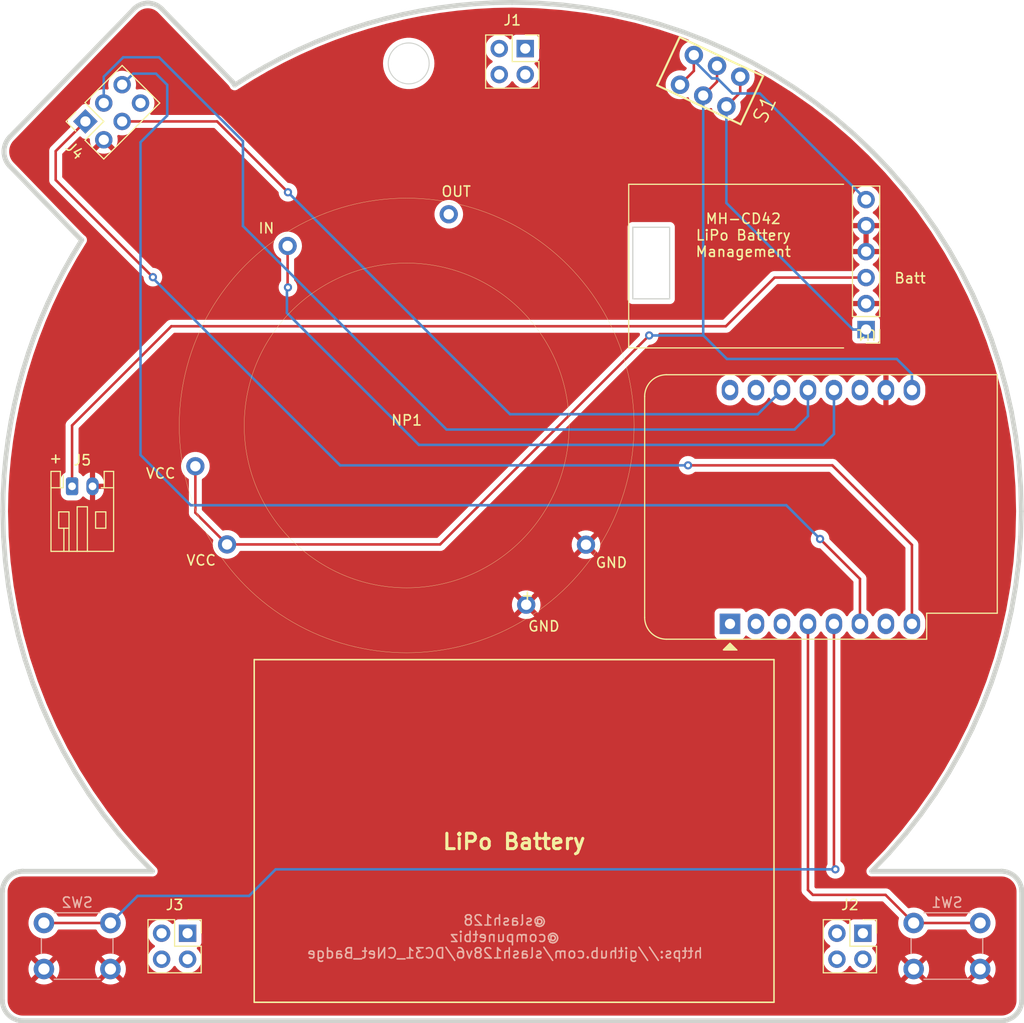
<source format=kicad_pcb>
(kicad_pcb (version 20211014) (generator pcbnew)
  (title_block (title "DC31 Cnet Badge Rear"))
  (layers (0 "F.Cu" signal) (31 "B.Cu" signal) (34 "B.Paste" user) (35 "F.Paste" user) (36 "B.SilkS" user "B.Silkscreen") (37 "F.SilkS" user "F.Silkscreen") (38 "B.Mask" user) (39 "F.Mask" user) (44 "Edge.Cuts" user))
  (net 0 "")
  (net 1 "GND")
  (net 2 "VCC")
  (net 13 "Net-(J5-Pad1)")
  (net 14 "Net-(S1-Pad1)")
  (net 17 "Net-(J4-Pad3)")
  (net 18 "Net-(J4-Pad4)")
  (net 19 "Net-(J4-Pad5)")
  (net 20 "Net-(NP1-Pad1)")
  (net 21 "Net-(SW1-Pad1)")
  (net 22 "Net-(SW2-Pad1)")
  (net 27 "Net-(J4-Pad1)")
  (net 32 "Net-(S1-Pad3)")
  (footprint "DC31_Cnet_Badge_Rear:MH-CD42 LiPo Battery Management Module Rear Charge LEDs" (layer "F.Cu") (at 134.6 69.62)
    (fp_text reference "U1" (at 0 13.1 180 unlocked) (layer "F.SilkS"))
    (fp_text value "MH-CD42_LiPo_Batery_Management_Module" hide)
    (fp_rect (start -22.8 2.6) (end -19.2 9.6) (layer "Edge.Cuts") (width 0.12) (fill none))
    (pad "1" thru_hole rect (at 0 12.6 180) (size 1.7 1.7) (drill 1) (layers *.Cu *.Mask) (net 32 "Net-(S1-Pad3)"))
    (pad "2" thru_hole oval (at 0 10.06 180) (size 1.7 1.7) (drill 1) (layers *.Cu *.Mask) (net 1 "GND"))
    (pad "3" thru_hole oval (at 0 7.52 180) (size 1.7 1.7) (drill 1) (layers *.Cu *.Mask) (net 13 "Net-(J5-Pad1)"))
    (pad "4" thru_hole oval (at 0 4.98 180) (size 1.7 1.7) (drill 1) (layers *.Cu *.Mask) (net 1 "GND"))
    (pad "5" thru_hole oval (at 0 2.44 180) (size 1.7 1.7) (drill 1) (layers *.Cu *.Mask) (net 1 "GND"))
    (pad "6" thru_hole oval (at 0 -0.1 180) (size 1.7 1.7) (drill 1) (layers *.Cu *.Mask) (net 14 "Net-(S1-Pad1)"))
  )
  (footprint "Connector_PinSocket_2.54mm:PinSocket_2x02_P2.54mm_Vertical" (layer "F.Cu") (at 101.29 54.75)
    (fp_text reference "J1" (at -1.27 -2.77) (layer "F.SilkS"))
    (fp_text value "Conn_02x02_Top_Bottom" hide)
    (pad "1" thru_hole rect (at 0 0) (size 1.7 1.7) (drill 1) (layers *.Cu *.Mask))
    (pad "2" thru_hole oval (at -2.54 0) (size 1.7 1.7) (drill 1) (layers *.Cu *.Mask))
    (pad "3" thru_hole oval (at 0 2.54) (size 1.7 1.7) (drill 1) (layers *.Cu *.Mask))
    (pad "4" thru_hole oval (at -2.54 2.54) (size 1.7 1.7) (drill 1) (layers *.Cu *.Mask))
  )
  (footprint "DC31_Cnet_Badge_Rear:Adafruit-NeoPixel-Ring-16_B" (layer "F.Cu") (at 89.7 91.6)
    (fp_text reference "NP1" (at 0 -0.5 unlocked) (layer "F.SilkS"))
    (fp_text value "Adafruit_NeoPixel_Ring_16-B")
    (fp_text user "GND" (at 20.01 13.41 unlocked) (layer "F.SilkS"))
    (fp_text user "GND" (at 13.41 19.64 unlocked) (layer "F.SilkS"))
    (fp_text user "VCC" (at -20.08 13.19 unlocked) (layer "F.SilkS"))
    (fp_text user "VCC" (at -24.04 4.69 unlocked) (layer "F.SilkS"))
    (fp_text user "OUT" (at 4.84 -22.87 unlocked) (layer "F.SilkS"))
    (fp_text user "IN" (at -13.71 -19.28 unlocked) (layer "F.SilkS"))
    (pad "1" thru_hole circle (at -11.6332 -17.5514) (size 1.778 1.778) (drill 1.016) (layers *.Cu *.Mask) (net 20 "Net-(NP1-Pad1)"))
    (pad "2" thru_hole circle (at 4.1148 -20.6502) (size 1.778 1.778) (drill 1.016) (layers *.Cu *.Mask))
    (pad "3" thru_hole circle (at 17.526 11.6586) (size 1.778 1.778) (drill 1.016) (layers *.Cu *.Mask) (net 1 "GND"))
    (pad "4" thru_hole circle (at 11.684 17.526) (size 1.778 1.778) (drill 1.016) (layers *.Cu *.Mask) (net 1 "GND"))
    (pad "5" thru_hole circle (at -17.5514 11.6332) (size 1.778 1.778) (drill 1.016) (layers *.Cu *.Mask) (net 2 "VCC"))
    (pad "6" thru_hole circle (at -20.6502 3.9878) (size 1.778 1.778) (drill 1.016) (layers *.Cu *.Mask) (net 2 "VCC"))
  )
  (footprint "Connector_PinSocket_2.54mm:PinSocket_2x02_P2.54mm_Vertical" (layer "F.Cu") (at 134.29 141.25)
    (fp_text reference "J2" (at -1.27 -2.77) (layer "F.SilkS"))
    (fp_text value "Conn_02x02_Top_Bottom" hide)
    (pad "1" thru_hole rect (at 0 0) (size 1.7 1.7) (drill 1) (layers *.Cu *.Mask))
    (pad "2" thru_hole oval (at -2.54 0) (size 1.7 1.7) (drill 1) (layers *.Cu *.Mask))
    (pad "3" thru_hole oval (at 0 2.54) (size 1.7 1.7) (drill 1) (layers *.Cu *.Mask))
    (pad "4" thru_hole oval (at -2.54 2.54) (size 1.7 1.7) (drill 1) (layers *.Cu *.Mask))
  )
  (footprint "JS202011CQN:SPARKFUN-RETIRED_SWITCH-2.5X3.2-6" (layer "F.Cu") (at 117.768461 55.386909 -115)
    (fp_text reference "S1" (at 1.903953 -8.51312 65) (layer "F.SilkS") (effects (font (size 1.4 1.4))))
    (fp_text value "JS202011CQN" hide)
    (pad "1" thru_hole circle locked (at 0 0 245) (size 1.8 1.8) (drill 1) (layers *.Cu *.Mask) (net 14 "Net-(S1-Pad1)"))
    (pad "2" thru_hole circle locked (at 0 -2.5 245) (size 1.8 1.8) (drill 1) (layers *.Cu *.Mask) (net 2 "VCC"))
    (pad "3" thru_hole circle locked (at 0 -5 245) (size 1.8 1.8) (drill 1) (layers *.Cu *.Mask) (net 32 "Net-(S1-Pad3)"))
    (pad "4" thru_hole circle locked (at 3.2 0 245) (size 1.8 1.8) (drill 1) (layers *.Cu *.Mask) (net 14 "Net-(S1-Pad1)"))
    (pad "5" thru_hole circle locked (at 3.2 -2.5 245) (size 1.8 1.8) (drill 1) (layers *.Cu *.Mask) (net 2 "VCC"))
    (pad "6" thru_hole circle locked (at 3.2 -5 245) (size 1.8 1.8) (drill 1) (layers *.Cu *.Mask) (net 32 "Net-(S1-Pad3)"))
  )
  (footprint "Connector_JST:JST_PH_S2B-PH-K_1x02_P2.00mm_Horizontal" (layer "F.Cu") (at 57 97.55)
    (fp_text reference "J5" (at 1 -2.55) (layer "F.SilkS"))
    (fp_text value "Conn_01x02_Male" hide)
    (pad "1" thru_hole roundrect (at 0 0) (size 1.2 1.75) (drill 0.75) (layers *.Cu *.Mask) (roundrect_rratio 0.2083333333) (net 13 "Net-(J5-Pad1)"))
    (pad "2" thru_hole oval (at 2 0) (size 1.2 1.75) (drill 0.75) (layers *.Cu *.Mask) (net 1 "GND"))
  )
  (footprint "DC31_Cnet_Badge_Rear:PinSocket_2x03_P2.54mm_Vertical_Tab" (layer "F.Cu") (at 58.302388 61.873277 135)
    (fp_text reference "J4" (at -1.27 -2.77 135) (layer "F.SilkS"))
    (fp_text value "Conn_02x03_Top_Bottom")
    (pad "1" thru_hole rect (at 0 0 135) (size 1.7 1.7) (drill 1) (layers *.Cu *.Mask) (net 27 "Net-(J4-Pad1)"))
    (pad "2" thru_hole oval (at -2.54 0 135) (size 1.7 1.7) (drill 1) (layers *.Cu *.Mask) (net 1 "GND"))
    (pad "3" thru_hole oval (at 0 2.54 135) (size 1.7 1.7) (drill 1) (layers *.Cu *.Mask) (net 17 "Net-(J4-Pad3)"))
    (pad "4" thru_hole oval (at -2.54 2.54 135) (size 1.7 1.7) (drill 1) (layers *.Cu *.Mask) (net 18 "Net-(J4-Pad4)"))
    (pad "5" thru_hole oval (at 0 5.08 135) (size 1.7 1.7) (drill 1) (layers *.Cu *.Mask) (net 19 "Net-(J4-Pad5)"))
    (pad "6" thru_hole oval (at -2.54 5.08 135) (size 1.7 1.7) (drill 1) (layers *.Cu *.Mask))
  )
  (footprint "Connector_PinSocket_2.54mm:PinSocket_2x02_P2.54mm_Vertical" (layer "F.Cu") (at 68.29 141.25)
    (fp_text reference "J3" (at -1.27 -2.77) (layer "F.SilkS"))
    (fp_text value "Conn_02x02_Top_Bottom" hide)
    (pad "1" thru_hole rect (at 0 0) (size 1.7 1.7) (drill 1) (layers *.Cu *.Mask))
    (pad "2" thru_hole oval (at -2.54 0) (size 1.7 1.7) (drill 1) (layers *.Cu *.Mask))
    (pad "3" thru_hole oval (at 0 2.54) (size 1.7 1.7) (drill 1) (layers *.Cu *.Mask))
    (pad "4" thru_hole oval (at -2.54 2.54) (size 1.7 1.7) (drill 1) (layers *.Cu *.Mask))
  )
  (footprint "Module:WEMOS_D1_mini_light" (layer "F.Cu") (at 121.3 111 90)
    (fp_text reference "U2" hide)
    (fp_text value "WeMos_D1_mini")
    (pad "1" thru_hole rect (at 0 0 90) (size 2 2) (drill 1) (layers *.Cu *.Mask))
    (pad "2" thru_hole oval (at 0 2.54 90) (size 2 1.6) (drill 1) (layers *.Cu *.Mask))
    (pad "3" thru_hole oval (at 0 5.08 90) (size 2 1.6) (drill 1) (layers *.Cu *.Mask))
    (pad "4" thru_hole oval (at 0 7.62 90) (size 2 1.6) (drill 1) (layers *.Cu *.Mask) (net 21 "Net-(SW1-Pad1)"))
    (pad "5" thru_hole oval (at 0 10.16 90) (size 2 1.6) (drill 1) (layers *.Cu *.Mask) (net 22 "Net-(SW2-Pad1)"))
    (pad "6" thru_hole oval (at 0 12.7 90) (size 2 1.6) (drill 1) (layers *.Cu *.Mask) (net 19 "Net-(J4-Pad5)"))
    (pad "7" thru_hole oval (at 0 15.24 90) (size 2 1.6) (drill 1) (layers *.Cu *.Mask))
    (pad "8" thru_hole oval (at 0 17.78 90) (size 2 1.6) (drill 1) (layers *.Cu *.Mask) (net 27 "Net-(J4-Pad1)"))
    (pad "9" thru_hole oval (at 22.86 17.78 90) (size 2 1.6) (drill 1) (layers *.Cu *.Mask) (net 2 "VCC"))
    (pad "10" thru_hole oval (at 22.86 15.24 90) (size 2 1.6) (drill 1) (layers *.Cu *.Mask) (net 1 "GND"))
    (pad "11" thru_hole oval (at 22.86 12.7 90) (size 2 1.6) (drill 1) (layers *.Cu *.Mask))
    (pad "12" thru_hole oval (at 22.86 10.16 90) (size 2 1.6) (drill 1) (layers *.Cu *.Mask) (net 20 "Net-(NP1-Pad1)"))
    (pad "13" thru_hole oval (at 22.86 7.62 90) (size 2 1.6) (drill 1) (layers *.Cu *.Mask) (net 17 "Net-(J4-Pad3)"))
    (pad "14" thru_hole oval (at 22.86 5.08 90) (size 2 1.6) (drill 1) (layers *.Cu *.Mask) (net 18 "Net-(J4-Pad4)"))
    (pad "15" thru_hole oval (at 22.86 2.54 90) (size 2 1.6) (drill 1) (layers *.Cu *.Mask))
    (pad "16" thru_hole oval (at 22.86 0 90) (size 2 1.6) (drill 1) (layers *.Cu *.Mask))
  )
  (footprint "Button_Switch_THT:SW_PUSH_6mm" (layer "B.Cu") (at 60.75 140.25 180)
    (fp_text reference "SW2" (at 3.25 2) (layer "B.SilkS") (effects (justify mirror)))
    (fp_text value "SW_Push" hide)
    (pad "1" thru_hole circle (at 0 0 90) (size 2 2) (drill 1.1) (layers *.Cu *.Mask) (net 22 "Net-(SW2-Pad1)"))
    (pad "1" thru_hole circle (at 6.5 0 90) (size 2 2) (drill 1.1) (layers *.Cu *.Mask) (net 22 "Net-(SW2-Pad1)"))
    (pad "2" thru_hole circle (at 6.5 -4.5 90) (size 2 2) (drill 1.1) (layers *.Cu *.Mask) (net 1 "GND"))
    (pad "2" thru_hole circle (at 0 -4.5 90) (size 2 2) (drill 1.1) (layers *.Cu *.Mask) (net 1 "GND"))
  )
  (footprint "Button_Switch_THT:SW_PUSH_6mm" (layer "B.Cu") (at 145.75 140.25 180)
    (fp_text reference "SW1" (at 3.25 2) (layer "B.SilkS") (effects (justify mirror)))
    (fp_text value "SW_Push" hide)
    (pad "1" thru_hole circle (at 0 0 90) (size 2 2) (drill 1.1) (layers *.Cu *.Mask) (net 21 "Net-(SW1-Pad1)"))
    (pad "1" thru_hole circle (at 6.5 0 90) (size 2 2) (drill 1.1) (layers *.Cu *.Mask) (net 21 "Net-(SW1-Pad1)"))
    (pad "2" thru_hole circle (at 6.5 -4.5 90) (size 2 2) (drill 1.1) (layers *.Cu *.Mask) (net 1 "GND"))
    (pad "2" thru_hole circle (at 0 -4.5 90) (size 2 2) (drill 1.1) (layers *.Cu *.Mask) (net 1 "GND"))
  )
  (gr_line (start 74.8 114.5) (end 125.6 114.5) (layer "F.SilkS") (width 0.15))
  (gr_line (start 125.6 114.5) (end 125.6 148) (layer "F.SilkS") (width 0.15))
  (gr_line (start 125.6 148) (end 74.8 148) (layer "F.SilkS") (width 0.15))
  (gr_line (start 74.8 148) (end 74.8 114.5) (layer "F.SilkS") (width 0.15))
  (gr_line (start 50.732155 66.029492) (end 50.791676 66.108369) (layer "Edge.Cuts") (width 0.464309))
  (gr_line (start 50.431011 65.411546) (end 50.461188 65.505709) (layer "Edge.Cuts") (width 0.464309))
  (gr_line (start 149.083156 149.354247) (end 149.15572 149.291391) (layer "Edge.Cuts") (width 0.464309))
  (gr_line (start 149.770308 148.214116) (end 149.787899 148.115635) (layer "Edge.Cuts") (width 0.464309))
  (gr_line (start 64.886765 50.362754) (end 64.792808 50.340878) (layer "Edge.Cuts") (width 0.464309))
  (gr_line (start 50.212176 148.115605) (end 50.229762 148.214078) (layer "Edge.Cuts") (width 0.464309))
  (gr_line (start 50.405293 65.315867) (end 50.431011 65.411546) (layer "Edge.Cuts") (width 0.464309))
  (gr_line (start 143.905038 76.564588) (end 142.707878 74.447796) (layer "Edge.Cuts") (width 0.464309))
  (gr_line (start 121.264952 55.003747) (end 119.045309 54.020284) (layer "Edge.Cuts") (width 0.464309))
  (gr_line (start 92.835825 50.762263) (end 91.069696 51.054729) (layer "Edge.Cuts") (width 0.464309))
  (gr_line (start 57.879847 73.419272) (end 57.911782 73.444397) (layer "Edge.Cuts") (width 0.464309))
  (gr_line (start 51.884339 149.787881) (end 51.984422 149.800609) (layer "Edge.Cuts") (width 0.464309))
  (gr_line (start 50.922425 63.383679) (end 50.922425 63.383679) (layer "Edge.Cuts") (width 0.464309))
  (gr_line (start 50.191738 147.913981) (end 50.19946 148.015531) (layer "Edge.Cuts") (width 0.464309))
  (gr_line (start 51.785979 135.229769) (end 51.689226 135.252103) (layer "Edge.Cuts") (width 0.464309))
  (gr_line (start 148.115635 149.787899) (end 148.214116 149.770308) (layer "Edge.Cuts") (width 0.464309))
  (gr_line (start 50.279074 136.594308) (end 50.252121 136.689207) (layer "Edge.Cuts") (width 0.464309))
  (gr_line (start 149.800635 136.984545) (end 149.787918 136.884471) (layer "Edge.Cuts") (width 0.464309))
  (gr_line (start 58.627816 127.613237) (end 60.035011 129.609985) (layer "Edge.Cuts") (width 0.464309))
  (gr_line (start 50.645848 135.91692) (end 50.586478 135.992467) (layer "Edge.Cuts") (width 0.464309))
  (gr_line (start 135.191277 64.808575) (end 133.402982 63.106793) (layer "Edge.Cuts") (width 0.464309))
  (gr_line (start 52.085981 149.808344) (end 52.188892 149.810959) (layer "Edge.Cuts") (width 0.464309))
  (gr_line (start 63.654116 50.45614) (end 63.566356 50.496291) (layer "Edge.Cuts") (width 0.464309))
  (gr_line (start 50.53072 136.070874) (end 50.478701 136.152013) (layer "Edge.Cuts") (width 0.464309))
  (gr_line (start 109.754488 51.197084) (end 107.349117 50.777396) (layer "Edge.Cuts") (width 0.464309))
  (gr_line (start 50.461188 65.505709) (end 50.495758 65.598187) (layer "Edge.Cuts") (width 0.464309))
  (gr_line (start 50.189136 147.811081) (end 50.189136 147.811081) (layer "Edge.Cuts") (width 0.464309))
  (gr_line (start 63.743667 50.420454) (end 63.654116 50.45614) (layer "Edge.Cuts") (width 0.464309))
  (gr_line (start 129.608896 59.997562) (end 127.611263 58.593493) (layer "Edge.Cuts") (width 0.464309))
  (gr_line (start 148.678198 135.386412) (end 148.589616 135.346356) (layer "Edge.Cuts") (width 0.464309))
  (gr_line (start 63.396856 50.589714) (end 63.315438 50.642848) (layer "Edge.Cuts") (width 0.464309))
  (gr_line (start 50.676626 63.693155) (end 50.625154 63.777232) (layer "Edge.Cuts") (width 0.464309))
  (gr_line (start 149.22526 135.774975) (end 149.15581 135.708756) (layer "Edge.Cuts") (width 0.464309))
  (gr_line (start 148.310869 149.747973) (end 148.405768 149.721021) (layer "Edge.Cuts") (width 0.464309))
  (gr_line (start 64.116558 50.323743) (end 64.021454 50.340878) (layer "Edge.Cuts") (width 0.464309))
  (gr_line (start 50.478701 136.152013) (end 50.430546 136.23576) (layer "Edge.Cuts") (width 0.464309))
  (gr_line (start 135.144157 135.189117) (end 136.849096 133.402288) (layer "Edge.Cuts") (width 0.464309))
  (gr_line (start 51.41048 149.65372) (end 51.501293 149.689535) (layer "Edge.Cuts") (width 0.464309))
  (gr_line (start 147.811203 135.189117) (end 147.811203 135.189117) (layer "Edge.Cuts") (width 0.464309))
  (gr_line (start 139.964653 129.61056) (end 141.371878 127.613826) (layer "Edge.Cuts") (width 0.464309))
  (gr_line (start 149.613768 136.322053) (end 149.569608 136.235828) (layer "Edge.Cuts") (width 0.464309))
  (gr_line (start 149.810959 137.188995) (end 149.810959 137.188995) (layer "Edge.Cuts") (width 0.464309))
  (gr_line (start 96.40134 50.368222) (end 94.613597 50.533261) (layer "Edge.Cuts") (width 0.464309))
  (gr_line (start 50.189136 137.188995) (end 50.189136 147.811081) (layer "Edge.Cuts") (width 0.464309))
  (gr_line (start 149.521393 148.848063) (end 149.569549 148.764317) (layer "Edge.Cuts") (width 0.464309))
  (gr_line (start 50.232025 100.000042) (end 50.232025 100.000042) (layer "Edge.Cuts") (width 0.464309))
  (gr_line (start 149.704415 102.468959) (end 149.768082 100.00005) (layer "Edge.Cuts") (width 0.464309))
  (gr_line (start 77.560515 55.619315) (end 75.974434 56.460513) (layer "Edge.Cuts") (width 0.464309))
  (gr_line (start 143.876738 123.439032) (end 144.970979 121.269138) (layer "Edge.Cuts") (width 0.464309))
  (gr_line (start 50.480581 104.920734) (end 50.785105 107.351683) (layer "Edge.Cuts") (width 0.464309))
  (gr_line (start 63.236456 50.700171) (end 63.160073 50.761614) (layer "Edge.Cuts") (width 0.464309))
  (gr_line (start 65.798519 50.896586) (end 65.798519 50.896586) (layer "Edge.Cuts") (width 0.464309))
  (gr_line (start 51.78586 149.770283) (end 51.884339 149.787881) (layer "Edge.Cuts") (width 0.464309))
  (gr_line (start 57.944217 73.468851) (end 57.944217 73.468851) (layer "Edge.Cuts") (width 0.464309))
  (gr_line (start 94.613597 50.533261) (end 92.835825 50.762263) (layer "Edge.Cuts") (width 0.464309))
  (gr_line (start 50.676626 65.947931) (end 50.732155 66.029492) (layer "Edge.Cuts") (width 0.464309))
  (gr_line (start 135.144157 135.189117) (end 135.144157 135.189117) (layer "Edge.Cuts") (width 0.464309))
  (gr_line (start 50.518906 94.743404) (end 50.361722 96.488423) (layer "Edge.Cuts") (width 0.464309))
  (gr_line (start 149.354247 149.083156) (end 149.413617 149.007609) (layer "Edge.Cuts") (width 0.464309))
  (gr_line (start 72.663802 57.99185) (end 72.620382 57.942239) (layer "Edge.Cuts") (width 0.464309))
  (gr_line (start 57.029961 74.971839) (end 56.171224 76.502791) (layer "Edge.Cuts") (width 0.464309))
  (gr_line (start 52.726179 84.522501) (end 52.210068 86.188528) (layer "Edge.Cuts") (width 0.464309))
  (gr_line (start 72.575367 57.894091) (end 72.575367 57.894091) (layer "Edge.Cuts") (width 0.464309))
  (gr_line (start 51.501293 149.689535) (end 51.594211 149.720985) (layer "Edge.Cuts") (width 0.464309))
  (gr_line (start 149.706914 97.532163) (end 149.524544 95.08103) (layer "Edge.Cuts") (width 0.464309))
  (gr_line (start 52.188892 149.810959) (end 52.188892 149.810959) (layer "Edge.Cuts") (width 0.464309))
  (gr_line (start 50.625154 63.777232) (end 50.577808 63.86366) (layer "Edge.Cuts") (width 0.464309))
  (gr_line (start 50.386327 148.678023) (end 50.430487 148.764249) (layer "Edge.Cuts") (width 0.464309))
  (gr_line (start 72.889048 58.317841) (end 72.855865 58.260352) (layer "Edge.Cuts") (width 0.464309))
  (gr_line (start 51.410592 135.34631) (end 51.322008 135.386361) (layer "Edge.Cuts") (width 0.464309))
  (gr_line (start 148.214116 149.770308) (end 148.310869 149.747973) (layer "Edge.Cuts") (width 0.464309))
  (gr_line (start 50.844376 135.708686) (end 50.774922 135.774903) (layer "Edge.Cuts") (width 0.464309))
  (gr_line (start 149.787899 148.115635) (end 149.800622 148.015552) (layer "Edge.Cuts") (width 0.464309))
  (gr_line (start 51.235672 149.569494) (end 51.321897 149.613664) (layer "Edge.Cuts") (width 0.464309))
  (gr_line (start 63.927497 50.362754) (end 63.834848 50.389302) (layer "Edge.Cuts") (width 0.464309))
  (gr_line (start 136.849096 133.402288) (end 138.456493 131.541408) (layer "Edge.Cuts") (width 0.464309))
  (gr_line (start 50.774922 135.774903) (end 50.708704 135.844357) (layer "Edge.Cuts") (width 0.464309))
  (gr_line (start 100.00005 50.232027) (end 98.197382 50.267644) (layer "Edge.Cuts") (width 0.464309))
  (gr_line (start 50.495758 64.042899) (end 50.461188 64.135378) (layer "Edge.Cuts") (width 0.464309))
  (gr_line (start 148.015552 149.800622) (end 148.115635 149.787899) (layer "Edge.Cuts") (width 0.464309))
  (gr_line (start 149.810959 147.811081) (end 149.810959 147.811081) (layer "Edge.Cuts") (width 0.464309))
  (gr_line (start 89.316883 51.410161) (end 87.579058 51.828059) (layer "Edge.Cuts") (width 0.464309))
  (gr_line (start 54.62212 79.642359) (end 53.932658 81.247859) (layer "Edge.Cuts") (width 0.464309))
  (gr_line (start 149.810959 137.188995) (end 149.808357 137.086095) (layer "Edge.Cuts") (width 0.464309))
  (gr_line (start 50.430487 148.764249) (end 50.478638 148.847993) (layer "Edge.Cuts") (width 0.464309))
  (gr_line (start 50.992487 135.586459) (end 50.916939 135.645829) (layer "Edge.Cuts") (width 0.464309))
  (gr_line (start 50.346281 148.589442) (end 50.386327 148.678023) (layer "Edge.Cuts") (width 0.464309))
  (gr_line (start 51.984543 135.199454) (end 51.88446 135.212177) (layer "Edge.Cuts") (width 0.464309))
  (gr_line (start 50.199472 136.984524) (end 50.191744 137.086084) (layer "Edge.Cuts") (width 0.464309))
  (gr_line (start 51.235779 135.430527) (end 51.152032 135.478683) (layer "Edge.Cuts") (width 0.464309))
  (gr_line (start 50.625154 65.863854) (end 50.676626 65.947931) (layer "Edge.Cuts") (width 0.464309))
  (gr_line (start 149.748004 136.689252) (end 149.721057 136.594359) (layer "Edge.Cuts") (width 0.464309))
  (gr_line (start 99.999874 50.232033) (end 99.999874 50.232033) (layer "Edge.Cuts") (width 0.464309))
  (gr_line (start 149.521457 136.152083) (end 149.469443 136.070946) (layer "Edge.Cuts") (width 0.464309))
  (gr_line (start 50.348349 64.719777) (end 50.34593 64.820543) (layer "Edge.Cuts") (width 0.464309))
  (gr_line (start 75.974434 56.460513) (end 74.416721 57.360188) (layer "Edge.Cuts") (width 0.464309))
  (gr_line (start 51.689108 149.747942) (end 51.78586 149.770283) (layer "Edge.Cuts") (width 0.464309))
  (gr_line (start 116.780361 53.146196) (end 114.474189 52.383174) (layer "Edge.Cuts") (width 0.464309))
  (gr_line (start 50.855122 63.45669) (end 50.791676 63.532717) (layer "Edge.Cuts") (width 0.464309))
  (gr_line (start 50.361722 96.488423) (end 50.265944 98.241155) (layer "Edge.Cuts") (width 0.464309))
  (gr_line (start 74.416721 57.360188) (end 72.889048 58.317841) (layer "Edge.Cuts") (width 0.464309))
  (gr_line (start 57.699272 73.254911) (end 57.728006 73.283884) (layer "Edge.Cuts") (width 0.464309))
  (gr_line (start 65.498824 50.642848) (end 65.417406 50.589714) (layer "Edge.Cuts") (width 0.464309))
  (gr_line (start 125.552008 57.292041) (end 123.435211 56.094896) (layer "Edge.Cuts") (width 0.464309))
  (gr_line (start 127.611263 58.593493) (end 125.552008 57.292041) (layer "Edge.Cuts") (width 0.464309))
  (gr_line (start 63.160073 50.761614) (end 63.086448 50.827109) (layer "Edge.Cuts") (width 0.464309))
  (gr_line (start 57.817515 73.367045) (end 57.848421 73.393485) (layer "Edge.Cuts") (width 0.464309))
  (gr_line (start 50.495758 65.598187) (end 50.534654 65.688815) (layer "Edge.Cuts") (width 0.464309))
  (gr_line (start 57.728006 73.283884) (end 57.757297 73.312236) (layer "Edge.Cuts") (width 0.464309))
  (gr_line (start 53.165256 116.784213) (end 54.042323 119.04911) (layer "Edge.Cuts") (width 0.464309))
  (gr_line (start 52.189014 135.189117) (end 52.086103 135.191726) (layer "Edge.Cuts") (width 0.464309))
  (gr_line (start 141.406411 72.388548) (end 140.002328 70.390923) (layer "Edge.Cuts") (width 0.464309))
  (gr_line (start 147.811081 149.810959) (end 147.913992 149.808351) (layer "Edge.Cuts") (width 0.464309))
  (gr_line (start 57.911782 73.444397) (end 57.944217 73.468851) (layer "Edge.Cuts") (width 0.464309))
  (gr_line (start 82.472236 53.451565) (end 80.811088 54.114342) (layer "Edge.Cuts") (width 0.464309))
  (gr_line (start 149.524544 95.08103) (end 149.22266 92.65073) (layer "Edge.Cuts") (width 0.464309))
  (gr_line (start 50.189136 147.811081) (end 50.191738 147.913981) (layer "Edge.Cuts") (width 0.464309))
  (gr_line (start 72.705595 58.042881) (end 72.663802 57.99185) (layer "Edge.Cuts") (width 0.464309))
  (gr_line (start 50.844285 149.291321) (end 50.916845 149.354179) (layer "Edge.Cuts") (width 0.464309))
  (gr_line (start 72.74573 58.09529) (end 72.705595 58.042881) (layer "Edge.Cuts") (width 0.464309))
  (gr_line (start 149.613715 148.678088) (end 149.653766 148.589503) (layer "Edge.Cuts") (width 0.464309))
  (gr_line (start 148.214236 135.229793) (end 148.115756 135.212196) (layer "Edge.Cuts") (width 0.464309))
  (gr_line (start 50.3841 64.42225) (end 50.367501 64.520464) (layer "Edge.Cuts") (width 0.464309))
  (gr_line (start 136.893071 66.596857) (end 135.191277 64.808575) (layer "Edge.Cuts") (width 0.464309))
  (gr_line (start 57.699272 73.254911) (end 57.699272 73.254911) (layer "Edge.Cuts") (width 0.464309))
  (gr_line (start 50.992389 149.413552) (end 51.070792 149.469312) (layer "Edge.Cuts") (width 0.464309))
  (gr_line (start 51.594211 149.720985) (end 51.689108 149.747942) (layer "Edge.Cuts") (width 0.464309))
  (gr_line (start 50.229787 136.78596) (end 50.212195 136.884441) (layer "Edge.Cuts") (width 0.464309))
  (gr_line (start 147.913992 149.808351) (end 148.015552 149.800622) (layer "Edge.Cuts") (width 0.464309))
  (gr_line (start 149.15572 149.291391) (end 149.225173 149.225173) (layer "Edge.Cuts") (width 0.464309))
  (gr_line (start 52.086103 135.191726) (end 51.984543 135.199454) (layer "Edge.Cuts") (width 0.464309))
  (gr_line (start 50.732155 63.611594) (end 50.676626 63.693155) (layer "Edge.Cuts") (width 0.464309))
  (gr_line (start 50.577808 63.86366) (end 50.534654 63.952271) (layer "Edge.Cuts") (width 0.464309))
  (gr_line (start 148.498803 135.310541) (end 148.405885 135.279092) (layer "Edge.Cuts") (width 0.464309))
  (gr_line (start 55.02881 121.268544) (end 56.123019 123.438433) (layer "Edge.Cuts") (width 0.464309))
  (gr_line (start 50.310518 136.501388) (end 50.279074 136.594308) (layer "Edge.Cuts") (width 0.464309))
  (gr_line (start 148.678088 149.613715) (end 148.764317 149.569549) (layer "Edge.Cuts") (width 0.464309))
  (gr_line (start 72.620382 57.942239) (end 72.575367 57.894091) (layer "Edge.Cuts") (width 0.464309))
  (gr_line (start 149.768082 100.00005) (end 149.706914 97.532163) (layer "Edge.Cuts") (width 0.464309))
  (gr_line (start 50.355562 65.021392) (end 50.367501 65.120623) (layer "Edge.Cuts") (width 0.464309))
  (gr_line (start 149.653766 148.589503) (end 149.689576 148.498688) (layer "Edge.Cuts") (width 0.464309))
  (gr_line (start 51.321897 149.613664) (end 51.41048 149.65372) (layer "Edge.Cuts") (width 0.464309))
  (gr_line (start 148.764424 135.430582) (end 148.678198 135.386412) (layer "Edge.Cuts") (width 0.464309))
  (gr_line (start 60.035011 129.609985) (end 61.543142 131.540852) (layer "Edge.Cuts") (width 0.464309))
  (gr_line (start 65.727815 50.827109) (end 65.65419 50.761614) (layer "Edge.Cuts") (width 0.464309))
  (gr_line (start 85.857894 52.307925) (end 84.155062 52.84926) (layer "Edge.Cuts") (width 0.464309))
  (gr_line (start 147.811203 135.189117) (end 135.144157 135.189117) (layer "Edge.Cuts") (width 0.464309))
  (gr_line (start 148.929304 135.530764) (end 148.848168 135.478742) (layer "Edge.Cuts") (width 0.464309))
  (gr_line (start 145.9575 119.049688) (end 146.834601 116.784767) (layer "Edge.Cuts") (width 0.464309))
  (gr_line (start 140.002328 70.390923) (end 138.497318 68.458999) (layer "Edge.Cuts") (width 0.464309))
  (gr_line (start 51.151928 149.521335) (end 51.235672 149.569494) (layer "Edge.Cuts") (width 0.464309))
  (gr_line (start 149.007609 149.413617) (end 149.083156 149.354247) (layer "Edge.Cuts") (width 0.464309))
  (gr_line (start 53.932658 81.247859) (end 53.300527 82.875092) (layer "Edge.Cuts") (width 0.464309))
  (gr_line (start 50.64577 149.083084) (end 50.708622 149.155647) (layer "Edge.Cuts") (width 0.464309))
  (gr_line (start 51.88446 135.212177) (end 51.785979 135.229769) (layer "Edge.Cuts") (width 0.464309))
  (gr_line (start 50.367501 65.120623) (end 50.3841 65.218837) (layer "Edge.Cuts") (width 0.464309))
  (gr_line (start 51.501407 135.3105) (end 51.410592 135.34631) (layer "Edge.Cuts") (width 0.464309))
  (gr_line (start 147.616827 85.525617) (end 146.853787 83.219439) (layer "Edge.Cuts") (width 0.464309))
  (gr_line (start 54.042323 119.04911) (end 55.02881 121.268544) (layer "Edge.Cuts") (width 0.464309))
  (gr_line (start 72.820897 58.204069) (end 72.784175 58.149034) (layer "Edge.Cuts") (width 0.464309))
  (gr_line (start 149.747973 148.310869) (end 149.770308 148.214116) (layer "Edge.Cuts") (width 0.464309))
  (gr_line (start 146.834601 116.784767) (end 147.600588 114.478457) (layer "Edge.Cuts") (width 0.464309))
  (gr_line (start 50.855122 66.184396) (end 50.922425 66.257406) (layer "Edge.Cuts") (width 0.464309))
  (gr_line (start 149.569549 148.764317) (end 149.613715 148.678088) (layer "Edge.Cuts") (width 0.464309))
  (gr_line (start 50.785105 107.351683) (end 51.207531 109.75759) (layer "Edge.Cuts") (width 0.464309))
  (gr_line (start 149.787918 136.884471) (end 149.770333 136.785998) (layer "Edge.Cuts") (width 0.464309))
  (gr_line (start 51.354366 89.570203) (end 51.01568 91.282736) (layer "Edge.Cuts") (width 0.464309))
  (gr_line (start 142.676472 125.555289) (end 143.876738 123.439032) (layer "Edge.Cuts") (width 0.464309))
  (gr_line (start 114.474189 52.383174) (end 112.130872 51.732907) (layer "Edge.Cuts") (width 0.464309))
  (gr_line (start 50.737043 93.007656) (end 50.518906 94.743404) (layer "Edge.Cuts") (width 0.464309))
  (gr_line (start 50.791676 66.108369) (end 50.855122 66.184396) (layer "Edge.Cuts") (width 0.464309))
  (gr_line (start 72.855865 58.260352) (end 72.820897 58.204069) (layer "Edge.Cuts") (width 0.464309))
  (gr_line (start 64.601617 50.311418) (end 64.504705 50.303973) (layer "Edge.Cuts") (width 0.464309))
  (gr_line (start 50.191744 137.086084) (end 50.189136 137.188995) (layer "Edge.Cuts") (width 0.464309))
  (gr_line (start 148.015673 135.199467) (end 147.914114 135.191732) (layer "Edge.Cuts") (width 0.464309))
  (gr_line (start 51.070792 149.469312) (end 51.151928 149.521335) (layer "Edge.Cuts") (width 0.464309))
  (gr_line (start 50.461188 64.135378) (end 50.431011 64.22954) (layer "Edge.Cuts") (width 0.464309))
  (gr_line (start 148.405768 149.721021) (end 148.498688 149.689576) (layer "Edge.Cuts") (width 0.464309))
  (gr_line (start 123.435211 56.094896) (end 121.264952 55.003747) (layer "Edge.Cuts") (width 0.464309))
  (gr_line (start 149.569608 136.235828) (end 149.521457 136.152083) (layer "Edge.Cuts") (width 0.464309))
  (gr_line (start 149.721021 148.405768) (end 149.747973 148.310869) (layer "Edge.Cuts") (width 0.464309))
  (gr_line (start 63.015743 50.896586) (end 63.015743 50.896586) (layer "Edge.Cuts") (width 0.464309))
  (gr_line (start 147.600588 114.478457) (end 148.253764 112.134839) (layer "Edge.Cuts") (width 0.464309))
  (gr_line (start 149.15581 135.708756) (end 149.083251 135.645897) (layer "Edge.Cuts") (width 0.464309))
  (gr_line (start 63.015743 50.896586) (end 50.922425 63.383679) (layer "Edge.Cuts") (width 0.464309))
  (gr_line (start 50.212195 136.884441) (end 50.199472 136.984524) (layer "Edge.Cuts") (width 0.464309))
  (gr_line (start 56.171224 76.502791) (end 55.368459 78.06015) (layer "Edge.Cuts") (width 0.464309))
  (gr_line (start 135.191277 64.808575) (end 135.191277 64.808575) (layer "Edge.Cuts") (width 0.464309))
  (gr_line (start 149.800622 148.015552) (end 149.808351 147.913992) (layer "Edge.Cuts") (width 0.464309))
  (gr_line (start 50.916939 135.645829) (end 50.844376 135.708686) (layer "Edge.Cuts") (width 0.464309))
  (gr_line (start 149.354325 135.916993) (end 149.291473 135.844429) (layer "Edge.Cuts") (width 0.464309))
  (gr_line (start 51.152032 135.478683) (end 51.070893 135.530702) (layer "Edge.Cuts") (width 0.464309))
  (gr_line (start 64.855423 135.188606) (end 52.189014 135.189117) (layer "Edge.Cuts") (width 0.464309))
  (gr_line (start 72.889048 58.317841) (end 72.889048 58.317841) (layer "Edge.Cuts") (width 0.464309))
  (gr_line (start 61.543142 131.540852) (end 63.150511 133.401754) (layer "Edge.Cuts") (width 0.464309))
  (gr_line (start 65.417406 50.589714) (end 65.333713 50.540839) (layer "Edge.Cuts") (width 0.464309))
  (gr_line (start 80.811088 54.114342) (end 79.17329 54.837091) (layer "Edge.Cuts") (width 0.464309))
  (gr_line (start 64.792808 50.340878) (end 64.697705 50.323743) (layer "Edge.Cuts") (width 0.464309))
  (gr_line (start 57.787137 73.339959) (end 57.817515 73.367045) (layer "Edge.Cuts") (width 0.464309))
  (gr_line (start 149.653814 136.410634) (end 149.613768 136.322053) (layer "Edge.Cuts") (width 0.464309))
  (gr_line (start 149.225173 149.225173) (end 149.291391 149.15572) (layer "Edge.Cuts") (width 0.464309))
  (gr_line (start 51.01568 91.282736) (end 50.737043 93.007656) (layer "Edge.Cuts") (width 0.464309))
  (gr_line (start 50.534654 63.952271) (end 50.495758 64.042899) (layer "Edge.Cuts") (width 0.464309))
  (gr_line (start 50.774836 149.225101) (end 50.844285 149.291321) (layer "Edge.Cuts") (width 0.464309))
  (gr_line (start 148.589503 149.653766) (end 148.678088 149.613715) (layer "Edge.Cuts") (width 0.464309))
  (gr_line (start 149.689576 148.498688) (end 149.721021 148.405768) (layer "Edge.Cuts") (width 0.464309))
  (gr_line (start 148.267112 87.868944) (end 147.616827 85.525617) (layer "Edge.Cuts") (width 0.464309))
  (gr_line (start 50.530652 148.929131) (end 50.586405 149.007536) (layer "Edge.Cuts") (width 0.464309))
  (gr_line (start 148.310987 135.252134) (end 148.214236 135.229793) (layer "Edge.Cuts") (width 0.464309))
  (gr_line (start 64.979415 50.389302) (end 64.886765 50.362754) (layer "Edge.Cuts") (width 0.464309))
  (gr_line (start 52.189014 135.189117) (end 52.189014 135.189117) (layer "Edge.Cuts") (width 0.464309))
  (gr_line (start 148.589616 135.346356) (end 148.498803 135.310541) (layer "Edge.Cuts") (width 0.464309))
  (gr_line (start 64.407131 50.301476) (end 64.407131 50.301476) (layer "Edge.Cuts") (width 0.464309))
  (gr_line (start 53.300527 82.875092) (end 52.726179 84.522501) (layer "Edge.Cuts") (width 0.464309))
  (gr_line (start 148.405885 135.279092) (end 148.310987 135.252134) (layer "Edge.Cuts") (width 0.464309))
  (gr_line (start 51.746163 112.134369) (end 52.399303 114.477939) (layer "Edge.Cuts") (width 0.464309))
  (gr_line (start 51.689226 135.252103) (end 51.594327 135.279056) (layer "Edge.Cuts") (width 0.464309))
  (gr_line (start 50.922425 66.257406) (end 57.699272 73.254911) (layer "Edge.Cuts") (width 0.464309))
  (gr_line (start 65.65419 50.761614) (end 65.577806 50.700171) (layer "Edge.Cuts") (width 0.464309))
  (gr_line (start 50.265944 98.241155) (end 50.232025 100.000042) (layer "Edge.Cuts") (width 0.464309))
  (gr_line (start 50.916845 149.354179) (end 50.992389 149.413552) (layer "Edge.Cuts") (width 0.464309))
  (gr_line (start 50.252091 148.310824) (end 50.279037 148.405717) (layer "Edge.Cuts") (width 0.464309))
  (gr_line (start 149.291473 135.844429) (end 149.22526 135.774975) (layer "Edge.Cuts") (width 0.464309))
  (gr_line (start 64.697705 50.323743) (end 64.601617 50.311418) (layer "Edge.Cuts") (width 0.464309))
  (gr_line (start 148.848063 149.521393) (end 148.929203 149.469374) (layer "Edge.Cuts") (width 0.464309))
  (gr_line (start 50.586478 135.992467) (end 50.53072 136.070874) (layer "Edge.Cuts") (width 0.464309))
  (gr_line (start 147.811081 149.810959) (end 147.811081 149.810959) (layer "Edge.Cuts") (width 0.464309))
  (gr_line (start 52.188892 149.810959) (end 147.811081 149.810959) (layer "Edge.Cuts") (width 0.464309))
  (gr_line (start 57.757297 73.312236) (end 57.787137 73.339959) (layer "Edge.Cuts") (width 0.464309))
  (gr_line (start 91.069696 51.054729) (end 89.316883 51.410161) (layer "Edge.Cuts") (width 0.464309))
  (gr_line (start 65.160146 50.45614) (end 65.070596 50.420454) (layer "Edge.Cuts") (width 0.464309))
  (gr_line (start 72.575367 57.894091) (end 65.798519 50.896586) (layer "Edge.Cuts") (width 0.464309))
  (gr_line (start 50.3841 65.218837) (end 50.405293 65.315867) (layer "Edge.Cuts") (width 0.464309))
  (gr_line (start 98.197382 50.267644) (end 96.40134 50.368222) (layer "Edge.Cuts") (width 0.464309))
  (gr_line (start 64.309557 50.303973) (end 64.212646 50.311418) (layer "Edge.Cuts") (width 0.464309))
  (gr_line (start 63.315438 50.642848) (end 63.236456 50.700171) (layer "Edge.Cuts") (width 0.464309))
  (gr_line (start 50.232025 100.000042) (end 50.295655 102.468826) (layer "Edge.Cuts") (width 0.464309))
  (gr_line (start 55.368459 78.06015) (end 54.62212 79.642359) (layer "Edge.Cuts") (width 0.464309))
  (gr_line (start 149.469374 148.929203) (end 149.521393 148.848063) (layer "Edge.Cuts") (width 0.464309))
  (gr_line (start 145.979683 80.954489) (end 144.996203 78.734846) (layer "Edge.Cuts") (width 0.464309))
  (gr_line (start 50.922425 63.383679) (end 50.855122 63.45669) (layer "Edge.Cuts") (width 0.464309))
  (gr_line (start 64.212646 50.311418) (end 64.116558 50.323743) (layer "Edge.Cuts") (width 0.464309))
  (gr_line (start 50.34593 64.820543) (end 50.34835 64.92131) (layer "Edge.Cuts") (width 0.464309))
  (gr_line (start 50.431011 64.22954) (end 50.405292 64.32522) (layer "Edge.Cuts") (width 0.464309))
  (gr_line (start 149.689619 136.501445) (end 149.653814 136.410634) (layer "Edge.Cuts") (width 0.464309))
  (gr_line (start 149.413691 135.99254) (end 149.354325 135.916993) (layer "Edge.Cuts") (width 0.464309))
  (gr_line (start 56.123019 123.438433) (end 57.323253 125.554692) (layer "Edge.Cuts") (width 0.464309))
  (gr_line (start 50.367501 64.520464) (end 50.355562 64.619695) (layer "Edge.Cuts") (width 0.464309))
  (gr_line (start 142.707878 74.447796) (end 141.406411 72.388548) (layer "Edge.Cuts") (width 0.464309))
  (gr_line (start 149.808357 137.086095) (end 149.800635 136.984545) (layer "Edge.Cuts") (width 0.464309))
  (gr_line (start 84.155062 52.84926) (end 82.472236 53.451565) (layer "Edge.Cuts") (width 0.464309))
  (gr_line (start 51.207531 109.75759) (end 51.746163 112.134369) (layer "Edge.Cuts") (width 0.464309))
  (gr_line (start 149.768082 100.00005) (end 149.768082 100.00005) (layer "Edge.Cuts") (width 0.464309))
  (gr_line (start 102.467731 50.29318) (end 99.999874 50.232033) (layer "Edge.Cuts") (width 0.464309))
  (gr_line (start 148.792431 109.757998) (end 149.214893 107.352016) (layer "Edge.Cuts") (width 0.464309))
  (gr_line (start 50.295655 102.468826) (end 50.480581 104.920734) (layer "Edge.Cuts") (width 0.464309))
  (gr_line (start 57.848421 73.393485) (end 57.879847 73.419272) (layer "Edge.Cuts") (width 0.464309))
  (gr_line (start 50.577808 65.777426) (end 50.625154 65.863854) (layer "Edge.Cuts") (width 0.464309))
  (gr_line (start 64.504705 50.303973) (end 64.407131 50.301476) (layer "Edge.Cuts") (width 0.464309))
  (gr_line (start 50.534654 65.688815) (end 50.577808 65.777426) (layer "Edge.Cuts") (width 0.464309))
  (gr_line (start 104.918838 50.475531) (end 102.467731 50.29318) (layer "Edge.Cuts") (width 0.464309))
  (gr_line (start 99.999874 50.232033) (end 100.00005 50.232027) (layer "Edge.Cuts") (width 0.464309))
  (gr_line (start 65.070596 50.420454) (end 64.979415 50.389302) (layer "Edge.Cuts") (width 0.464309))
  (gr_circle (center 89.9 56.2) (end 91.9 56.2) (layer "Edge.Cuts") (width 0.1) (fill none))
  (gr_line (start 50.405292 64.32522) (end 50.3841 64.42225) (layer "Edge.Cuts") (width 0.464309))
  (gr_line (start 57.323253 125.554692) (end 58.627816 127.613237) (layer "Edge.Cuts") (width 0.464309))
  (gr_line (start 148.115756 135.212196) (end 148.015673 135.199467) (layer "Edge.Cuts") (width 0.464309))
  (gr_line (start 50.430546 136.23576) (end 50.38638 136.321988) (layer "Edge.Cuts") (width 0.464309))
  (gr_line (start 50.19946 148.015531) (end 50.212176 148.115605) (layer "Edge.Cuts") (width 0.464309))
  (gr_line (start 148.498688 149.689576) (end 148.589503 149.653766) (layer "Edge.Cuts") (width 0.464309))
  (gr_line (start 149.22266 92.65073) (end 148.802953 90.245341) (layer "Edge.Cuts") (width 0.464309))
  (gr_line (start 50.586405 149.007536) (end 50.64577 149.083084) (layer "Edge.Cuts") (width 0.464309))
  (gr_line (start 50.708622 149.155647) (end 50.774836 149.225101) (layer "Edge.Cuts") (width 0.464309))
  (gr_line (start 50.189136 137.188995) (end 50.189136 137.188995) (layer "Edge.Cuts") (width 0.464309))
  (gr_line (start 64.407131 50.301476) (end 64.309557 50.303973) (layer "Edge.Cuts") (width 0.464309))
  (gr_line (start 64.021454 50.340878) (end 63.927497 50.362754) (layer "Edge.Cuts") (width 0.464309))
  (gr_line (start 51.752646 87.871614) (end 51.354366 89.570203) (layer "Edge.Cuts") (width 0.464309))
  (gr_line (start 57.944217 73.468851) (end 57.029961 74.971839) (layer "Edge.Cuts") (width 0.464309))
  (gr_line (start 52.210068 86.188528) (end 51.752646 87.871614) (layer "Edge.Cuts") (width 0.464309))
  (gr_line (start 149.519453 104.920975) (end 149.704415 102.468959) (layer "Edge.Cuts") (width 0.464309))
  (gr_line (start 65.333713 50.540839) (end 65.247906 50.496291) (layer "Edge.Cuts") (width 0.464309))
  (gr_line (start 51.322008 135.386361) (end 51.235779 135.430527) (layer "Edge.Cuts") (width 0.464309))
  (gr_line (start 87.579058 51.828059) (end 85.857894 52.307925) (layer "Edge.Cuts") (width 0.464309))
  (gr_line (start 52.399303 114.477939) (end 53.165256 116.784213) (layer "Edge.Cuts") (width 0.464309))
  (gr_line (start 50.252121 136.689207) (end 50.229787 136.78596) (layer "Edge.Cuts") (width 0.464309))
  (gr_line (start 50.229762 148.214078) (end 50.252091 148.310824) (layer "Edge.Cuts") (width 0.464309))
  (gr_line (start 149.291391 149.15572) (end 149.354247 149.083156) (layer "Edge.Cuts") (width 0.464309))
  (gr_line (start 149.413617 149.007609) (end 149.469374 148.929203) (layer "Edge.Cuts") (width 0.464309))
  (gr_line (start 51.070893 135.530702) (end 50.992487 135.586459) (layer "Edge.Cuts") (width 0.464309))
  (gr_line (start 146.853787 83.219439) (end 145.979683 80.954489) (layer "Edge.Cuts") (width 0.464309))
  (gr_line (start 138.456493 131.541408) (end 139.964653 129.61056) (layer "Edge.Cuts") (width 0.464309))
  (gr_line (start 72.784175 58.149034) (end 72.74573 58.09529) (layer "Edge.Cuts") (width 0.464309))
  (gr_line (start 144.970979 121.269138) (end 145.9575 119.049688) (layer "Edge.Cuts") (width 0.464309))
  (gr_line (start 50.708704 135.844357) (end 50.645848 135.91692) (layer "Edge.Cuts") (width 0.464309))
  (gr_line (start 144.996203 78.734846) (end 143.905038 76.564588) (layer "Edge.Cuts") (width 0.464309))
  (gr_line (start 149.721057 136.594359) (end 149.689619 136.501445) (layer "Edge.Cuts") (width 0.464309))
  (gr_line (start 50.34835 64.92131) (end 50.355562 65.021392) (layer "Edge.Cuts") (width 0.464309))
  (gr_line (start 63.834848 50.389302) (end 63.743667 50.420454) (layer "Edge.Cuts") (width 0.464309))
  (gr_line (start 50.922425 66.257406) (end 50.922425 66.257406) (layer "Edge.Cuts") (width 0.464309))
  (gr_line (start 63.566356 50.496291) (end 63.480549 50.540839) (layer "Edge.Cuts") (width 0.464309))
  (gr_line (start 149.770333 136.785998) (end 149.748004 136.689252) (layer "Edge.Cuts") (width 0.464309))
  (gr_line (start 119.045309 54.020284) (end 116.780361 53.146196) (layer "Edge.Cuts") (width 0.464309))
  (gr_line (start 147.914114 135.191732) (end 147.811203 135.189117) (layer "Edge.Cuts") (width 0.464309))
  (gr_line (start 141.371878 127.613826) (end 142.676472 125.555289) (layer "Edge.Cuts") (width 0.464309))
  (gr_line (start 112.130872 51.732907) (end 109.754488 51.197084) (layer "Edge.Cuts") (width 0.464309))
  (gr_line (start 148.253764 112.134839) (end 148.792431 109.757998) (layer "Edge.Cuts") (width 0.464309))
  (gr_line (start 51.984422 149.800609) (end 52.085981 149.808344) (layer "Edge.Cuts") (width 0.464309))
  (gr_line (start 50.346328 136.410573) (end 50.310518 136.501388) (layer "Edge.Cuts") (width 0.464309))
  (gr_line (start 65.798519 50.896586) (end 65.727815 50.827109) (layer "Edge.Cuts") (width 0.464309))
  (gr_line (start 50.279037 148.405717) (end 50.310476 148.498632) (layer "Edge.Cuts") (width 0.464309))
  (gr_line (start 50.791676 63.532717) (end 50.732155 63.611594) (layer "Edge.Cuts") (width 0.464309))
  (gr_line (start 149.214893 107.352016) (end 149.519453 104.920975) (layer "Edge.Cuts") (width 0.464309))
  (gr_line (start 133.402982 63.106793) (end 131.540829 61.502559) (layer "Edge.Cuts") (width 0.464309))
  (gr_line (start 149.808351 147.913992) (end 149.810959 147.811081) (layer "Edge.Cuts") (width 0.464309))
  (gr_line (start 63.480549 50.540839) (end 63.396856 50.589714) (layer "Edge.Cuts") (width 0.464309))
  (gr_line (start 50.34593 64.820543) (end 50.34593 64.820543) (layer "Edge.Cuts") (width 0.464309))
  (gr_line (start 131.540829 61.502559) (end 129.608896 59.997562) (layer "Edge.Cuts") (width 0.464309))
  (gr_line (start 63.150511 133.401754) (end 64.855423 135.188606) (layer "Edge.Cuts") (width 0.464309))
  (gr_line (start 149.007707 135.586525) (end 148.929304 135.530764) (layer "Edge.Cuts") (width 0.464309))
  (gr_line (start 51.594327 135.279056) (end 51.501407 135.3105) (layer "Edge.Cuts") (width 0.464309))
  (gr_line (start 138.497318 68.458999) (end 136.893071 66.596857) (layer "Edge.Cuts") (width 0.464309))
  (gr_line (start 107.349117 50.777396) (end 104.918838 50.475531) (layer "Edge.Cuts") (width 0.464309))
  (gr_line (start 148.848168 135.478742) (end 148.764424 135.430582) (layer "Edge.Cuts") (width 0.464309))
  (gr_line (start 149.469443 136.070946) (end 149.413691 135.99254) (layer "Edge.Cuts") (width 0.464309))
  (gr_line (start 149.083251 135.645897) (end 149.007707 135.586525) (layer "Edge.Cuts") (width 0.464309))
  (gr_line (start 148.802953 90.245341) (end 148.267112 87.868944) (layer "Edge.Cuts") (width 0.464309))
  (gr_line (start 65.247906 50.496291) (end 65.160146 50.45614) (layer "Edge.Cuts") (width 0.464309))
  (gr_line (start 50.310476 148.498632) (end 50.346281 148.589442) (layer "Edge.Cuts") (width 0.464309))
  (gr_line (start 148.929203 149.469374) (end 149.007609 149.413617) (layer "Edge.Cuts") (width 0.464309))
  (gr_line (start 50.478638 148.847993) (end 50.530652 148.929131) (layer "Edge.Cuts") (width 0.464309))
  (gr_line (start 148.764317 149.569549) (end 148.848063 149.521393) (layer "Edge.Cuts") (width 0.464309))
  (gr_line (start 50.355562 64.619695) (end 50.348349 64.719777) (layer "Edge.Cuts") (width 0.464309))
  (gr_line (start 63.086448 50.827109) (end 63.015743 50.896586) (layer "Edge.Cuts") (width 0.464309))
  (gr_line (start 65.577806 50.700171) (end 65.498824 50.642848) (layer "Edge.Cuts") (width 0.464309))
  (gr_line (start 50.38638 136.321988) (end 50.346328 136.410573) (layer "Edge.Cuts") (width 0.464309))
  (gr_line (start 79.17329 54.837091) (end 77.560515 55.619315) (layer "Edge.Cuts") (width 0.464309))
  (gr_line (start 64.855423 135.188606) (end 64.855423 135.188606) (layer "Edge.Cuts") (width 0.464309))
  (gr_line (start 149.810959 147.811081) (end 149.810959 137.188995) (layer "Edge.Cuts") (width 0.464309))
  (gr_text "@slash128\n@compunetbiz\nhttps://github.com/slash128v6/DC31_CNet_Badge" (at 99.3 141.6) (layer "B.SilkS") (effects (font (size 1 1)) (justify mirror)))
  (gr_text "+" (at 55.4 94.8) (layer "F.SilkS") (effects (font (size 1 1))))
  (gr_text "MH-CD42\nLiPo Battery\nManagement" (at 122.6 73) (layer "F.SilkS") (effects (font (size 1 1))))
  (gr_text "+" (at 101.5 108.2) (layer "F.SilkS") (effects (font (size 1 1))))
  (gr_text "LiPo Battery" (at 100.2 132.3) (layer "F.SilkS") (effects (font (size 1.5 1.5) (thickness 0.3))))
  (gr_text "Batt" (at 138.9 77.2) (layer "F.SilkS") (effects (font (size 1 1))))
  (segment (start 120.03423 57.991262) (end 118.681852 59.34364) (width 0.25) (layer "F.Cu") (net 2))
  (segment (start 92.9668 103.2332) (end 93.2 103) (width 0.25) (layer "F.Cu") (net 2))
  (segment (start 69.0498 95.5878) (end 69.0498 100.1344) (width 0.25) (layer "F.Cu") (net 2))
  (segment (start 72.1486 103.2332) (end 92.9668 103.2332) (width 0.25) (layer "F.Cu") (net 2))
  (segment (start 69.0498 100.1344) (end 72.1486 103.2332) (width 0.25) (layer "F.Cu") (net 2))
  (segment (start 120.03423 56.443455) (end 120.03423 57.991262) (width 0.25) (layer "F.Cu") (net 2))
  (segment (start 93.2668 102.9332) (end 113.4 82.8) (width 0.25) (layer "F.Cu") (net 2))
  (via (at 113.4 82.8) (size 0.8) (drill 0.4) (layers "F.Cu" "B.Cu") (net 2))
  (segment (start 137.6 85.1) (end 121 85.1) (width 0.25) (layer "B.Cu") (net 2))
  (segment (start 118.663704 82.8) (end 118.681852 82.781852) (width 0.25) (layer "B.Cu") (net 2))
  (segment (start 139.08 88.14) (end 139.08 86.58) (width 0.25) (layer "B.Cu") (net 2))
  (segment (start 118.681852 82.781852) (end 118.681852 59.34364) (width 0.25) (layer "B.Cu") (net 2))
  (segment (start 121 85.1) (end 118.681852 82.781852) (width 0.25) (layer "B.Cu") (net 2))
  (segment (start 139.08 86.58) (end 137.6 85.1) (width 0.25) (layer "B.Cu") (net 2))
  (segment (start 113.4 82.8) (end 118.663704 82.8) (width 0.25) (layer "B.Cu") (net 2))
  (segment (start 57 97.55) (end 57 91.6) (width 0.25) (layer "F.Cu") (net 13))
  (segment (start 125.66 77.14) (end 134.6 77.14) (width 0.25) (layer "F.Cu") (net 13))
  (segment (start 120.9 81.9) (end 125.66 77.14) (width 0.25) (layer "F.Cu") (net 13))
  (segment (start 66.7 81.9) (end 120.9 81.9) (width 0.25) (layer "F.Cu") (net 13))
  (segment (start 57 91.6) (end 66.7 81.9) (width 0.25) (layer "F.Cu") (net 13))
  (segment (start 117.768461 56.934716) (end 116.416083 58.287094) (width 0.25) (layer "F.Cu") (net 14))
  (segment (start 117.768461 55.386909) (end 117.768461 56.934716) (width 0.25) (layer "F.Cu") (net 14))
  (segment (start 134.6 69.52) (end 124.216443 59.136443) (width 0.25) (layer "B.Cu") (net 14))
  (segment (start 119.526818 57.668455) (end 117.768461 55.910098) (width 0.25) (layer "B.Cu") (net 14))
  (segment (start 120.068455 57.668455) (end 119.526818 57.668455) (width 0.25) (layer "B.Cu") (net 14))
  (segment (start 117.768461 55.910098) (end 117.768461 55.386909) (width 0.25) (layer "B.Cu") (net 14))
  (segment (start 124.216443 59.136443) (end 121.536443 59.136443) (width 0.25) (layer "B.Cu") (net 14))
  (segment (start 121.536443 59.136443) (end 120.068455 57.668455) (width 0.25) (layer "B.Cu") (net 14))
  (segment (start 73.7 72.1) (end 93.6 92) (width 0.25) (layer "B.Cu") (net 17))
  (segment (start 73.7 63.8) (end 73.7 72.1) (width 0.25) (layer "B.Cu") (net 17))
  (segment (start 62 55.6) (end 65.5 55.6) (width 0.25) (layer "B.Cu") (net 17))
  (segment (start 60.098439 60.077226) (end 60.098439 57.501561) (width 0.25) (layer "B.Cu") (net 17))
  (segment (start 60.098439 57.501561) (end 62 55.6) (width 0.25) (layer "B.Cu") (net 17))
  (segment (start 128.92 90.68) (end 128.92 88.14) (width 0.25) (layer "B.Cu") (net 17))
  (segment (start 93.6 92) (end 127.6 92) (width 0.25) (layer "B.Cu") (net 17))
  (segment (start 65.5 55.6) (end 73.7 63.8) (width 0.25) (layer "B.Cu") (net 17))
  (segment (start 127.6 92) (end 128.92 90.68) (width 0.25) (layer "B.Cu") (net 17))
  (segment (start 61.89449 61.873277) (end 71.173277 61.873277) (width 0.25) (layer "F.Cu") (net 18))
  (segment (start 71.173277 61.873277) (end 78.1 68.8) (width 0.25) (layer "F.Cu") (net 18))
  (via (at 78.1 68.8) (size 0.8) (drill 0.4) (layers "F.Cu" "B.Cu") (net 18))
  (segment (start 124.02 90.5) (end 126.38 88.14) (width 0.25) (layer "B.Cu") (net 18))
  (segment (start 78.1 68.8) (end 99.8 90.5) (width 0.25) (layer "B.Cu") (net 18))
  (segment (start 99.8 90.5) (end 124.02 90.5) (width 0.25) (layer "B.Cu") (net 18))
  (segment (start 134 106.6) (end 130.1 102.7) (width 0.25) (layer "F.Cu") (net 19))
  (segment (start 134 111) (end 134 106.6) (width 0.25) (layer "F.Cu") (net 19))
  (via (at 130.1 102.7) (size 0.8) (drill 0.4) (layers "F.Cu" "B.Cu") (net 19))
  (segment (start 63.690542 94.490542) (end 63.690542 63.909458) (width 0.25) (layer "B.Cu") (net 19))
  (segment (start 66.3 58.3) (end 65.2 57.2) (width 0.25) (layer "B.Cu") (net 19))
  (segment (start 130.1 102.7) (end 126.8 99.4) (width 0.25) (layer "B.Cu") (net 19))
  (segment (start 126.8 99.4) (end 68.6 99.4) (width 0.25) (layer "B.Cu") (net 19))
  (segment (start 63.690542 63.909458) (end 66.3 61.3) (width 0.25) (layer "B.Cu") (net 19))
  (segment (start 65.2 57.2) (end 62.975665 57.2) (width 0.25) (layer "B.Cu") (net 19))
  (segment (start 68.6 99.4) (end 63.690542 94.490542) (width 0.25) (layer "B.Cu") (net 19))
  (segment (start 62.975665 57.2) (end 61.89449 58.281175) (width 0.25) (layer "B.Cu") (net 19))
  (segment (start 66.3 61.3) (end 66.3 58.3) (width 0.25) (layer "B.Cu") (net 19))
  (segment (start 78.0668 78.0668) (end 78.0668 74.0486) (width 0.25) (layer "F.Cu") (net 20))
  (segment (start 78.1 78.1) (end 78.0668 78.0668) (width 0.25) (layer "F.Cu") (net 20))
  (via (at 78.1 78.1) (size 0.8) (drill 0.4) (layers "F.Cu" "B.Cu") (net 20))
  (segment (start 130.4 93.5) (end 131.46 92.44) (width 0.25) (layer "B.Cu") (net 20))
  (segment (start 78 78.2) (end 78.1 78.1) (width 0.25) (layer "B.Cu") (net 20))
  (segment (start 78 80.6) (end 78 78.9) (width 0.25) (layer "B.Cu") (net 20))
  (segment (start 131.46 92.44) (end 131.46 88.14) (width 0.25) (layer "B.Cu") (net 20))
  (segment (start 90.9 93.5) (end 78 80.6) (width 0.25) (layer "B.Cu") (net 20))
  (segment (start 90.9 93.5) (end 130.4 93.5) (width 0.25) (layer "B.Cu") (net 20))
  (segment (start 78 78.9) (end 78 78.2) (width 0.25) (layer "B.Cu") (net 20))
  (segment (start 145.75 140.25) (end 139.25 140.25) (width 0.25) (layer "F.Cu") (net 21))
  (segment (start 129.4 137.5) (end 128.92 137.02) (width 0.25) (layer "F.Cu") (net 21))
  (segment (start 139.25 140.25) (end 136.5 137.5) (width 0.25) (layer "F.Cu") (net 21))
  (segment (start 128.92 137.02) (end 128.92 111) (width 0.25) (layer "F.Cu") (net 21))
  (segment (start 136.5 137.5) (end 129.4 137.5) (width 0.25) (layer "F.Cu") (net 21))
  (segment (start 131.46 134.86) (end 131.6 135) (width 0.25) (layer "F.Cu") (net 22))
  (segment (start 131.46 111) (end 131.46 134.86) (width 0.25) (layer "F.Cu") (net 22))
  (segment (start 54.25 140.25) (end 60.75 140.25) (width 0.25) (layer "F.Cu") (net 22))
  (via (at 131.6 135) (size 0.8) (drill 0.4) (layers "F.Cu" "B.Cu") (net 22))
  (segment (start 76.9 135) (end 74.3 137.6) (width 0.25) (layer "B.Cu") (net 22))
  (segment (start 131.6 135) (end 76.9 135) (width 0.25) (layer "B.Cu") (net 22))
  (segment (start 74.3 137.6) (end 63.4 137.6) (width 0.25) (layer "B.Cu") (net 22))
  (segment (start 63.4 137.6) (end 60.75 140.25) (width 0.25) (layer "B.Cu") (net 22))
  (segment (start 133.3 97.5) (end 131.3 95.5) (width 0.25) (layer "F.Cu") (net 27))
  (segment (start 139.08 103.28) (end 133.3 97.5) (width 0.25) (layer "F.Cu") (net 27))
  (segment (start 64.9 77.1) (end 55.4 67.6) (width 0.25) (layer "F.Cu") (net 27))
  (segment (start 131.3 95.5) (end 117.2 95.5) (width 0.25) (layer "F.Cu") (net 27))
  (segment (start 139.08 111) (end 139.08 103.28) (width 0.25) (layer "F.Cu") (net 27))
  (segment (start 55.4 64.775665) (end 58.302388 61.873277) (width 0.25) (layer "F.Cu") (net 27))
  (segment (start 55.4 67.6) (end 55.4 64.775665) (width 0.25) (layer "F.Cu") (net 27))
  (via (at 64.9 77.1) (size 0.8) (drill 0.4) (layers "F.Cu" "B.Cu") (net 27))
  (via (at 117.2 95.5) (size 0.8) (drill 0.4) (layers "F.Cu" "B.Cu") (net 27))
  (segment (start 81.9 94.2) (end 64.9 77.2) (width 0.25) (layer "B.Cu") (net 27))
  (segment (start 64.9 77.2) (end 64.9 77.1) (width 0.25) (layer "B.Cu") (net 27))
  (segment (start 117.2 95.5) (end 83.2 95.5) (width 0.25) (layer "B.Cu") (net 27))
  (segment (start 83.2 95.5) (end 81.9 94.2) (width 0.25) (layer "B.Cu") (net 27))
  (segment (start 122.3 59.047806) (end 120.947621 60.400185) (width 0.25) (layer "F.Cu") (net 32))
  (segment (start 122.3 57.5) (end 122.3 59.047806) (width 0.25) (layer "F.Cu") (net 32))
  (segment (start 134.6 82.22) (end 133.32 82.22) (width 0.25) (layer "B.Cu") (net 32))
  (segment (start 133.32 82.22) (end 120.947621 69.847621) (width 0.25) (layer "B.Cu") (net 32))
  (segment (start 120.947621 69.847621) (end 120.947621 60.400185) (width 0.25) (layer "B.Cu") (net 32))
  (zone (net 1) (net_name "GND") (layer "F.Cu") (name "F.GND") (connect_pads (clearance 0.508)) (min_thickness 0.254) (fill yes (thermal_gap 0.508) (thermal_bridge_width 0.508) (smoothing fillet))
    (polygon (pts (xy 150 150) (xy 50 150) (xy 50 50) (xy 150 50)))
  )
)
</source>
